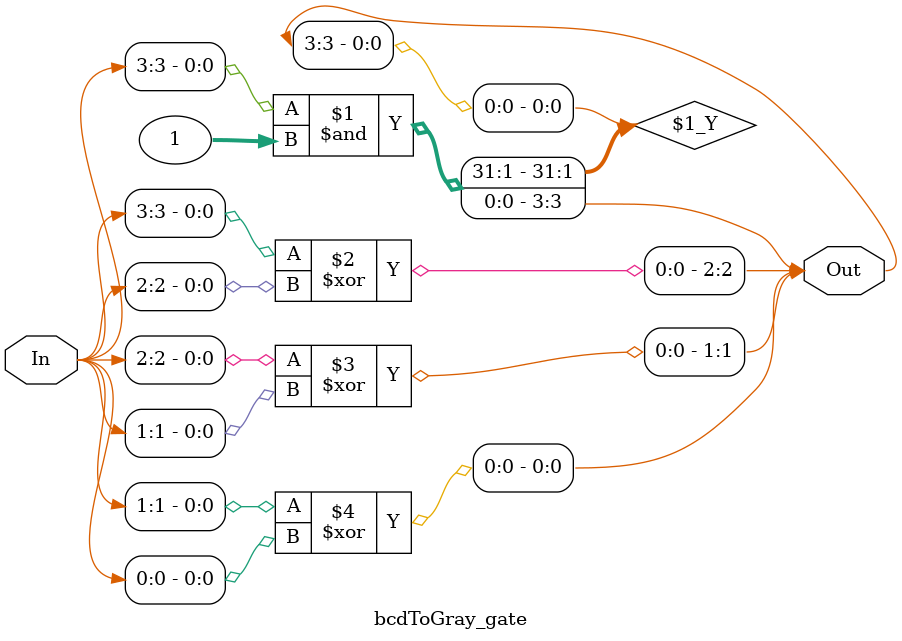
<source format=v>
module bcdToGray_gate(Out, In);
  input [3:0]In;
  output [3:0]Out;
  
  and g0(Out[3], In[3], 1);
  xor g1(Out[2], In[3], In[2]);
  xor g2(Out[1], In[2], In[1]);
  xor g3(Out[0], In[1], In[0]);
endmodule
	
</source>
